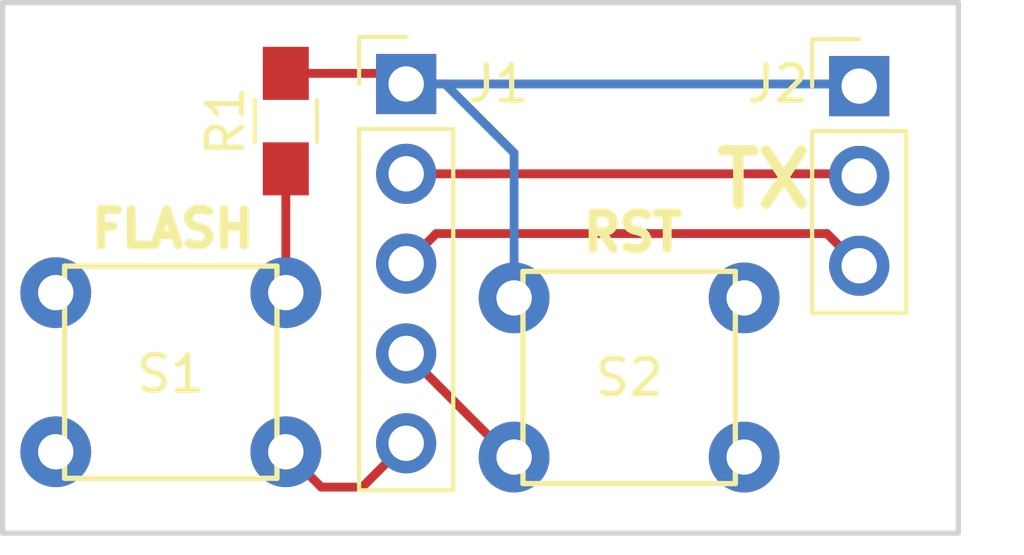
<source format=kicad_pcb>
(kicad_pcb (version 20211014) (generator pcbnew)
  (layers (0 "F.Cu" signal) (31 "B.Cu" signal) (34 "B.Paste" user) (35 "F.Paste" user) (36 "B.SilkS" user "B.Silkscreen") (37 "F.SilkS" user "F.Silkscreen") (38 "B.Mask" user) (39 "F.Mask" user) (44 "Edge.Cuts" user))
  (net 0 "")
  (net 1 "/GND")
  (net 2 "/TX")
  (net 3 "/RX")
  (net 4 "/~{RST}")
  (net 5 "/~{FLASH}")
  (net 6 "Net-(R1-Pad1)")
  (footprint "Pin_Headers:Pin_Header_Straight_1x05_Pitch2.54mm" (layer "F.Cu") (at 138.4 104.3)
    (fp_text reference "J1" (at 2.6 0) (layer "F.SilkS"))
    (fp_text value "Conn_01x05")
    (fp_line (start 1.33 1.27) (end 1.33 11.49) (layer "F.SilkS") (width 0.12))
    (fp_line (start -1.33 -1.33) (end 0 -1.33) (layer "F.SilkS") (width 0.12))
    (fp_line (start -1.33 1.27) (end -1.33 11.49) (layer "F.SilkS") (width 0.12))
    (fp_line (start -1.33 0) (end -1.33 -1.33) (layer "F.SilkS") (width 0.12))
    (fp_line (start -1.33 11.49) (end 1.33 11.49) (layer "F.SilkS") (width 0.12))
    (fp_line (start -1.33 1.27) (end 1.33 1.27) (layer "F.SilkS") (width 0.12))
    (pad "1" thru_hole rect locked (at 0 0) (size 1.7 1.7) (drill 1) (layers *.Cu *.Mask) (net 1 "/GND"))
    (pad "2" thru_hole oval locked (at 0 2.54) (size 1.7 1.7) (drill 1) (layers *.Cu *.Mask) (net 2 "/TX"))
    (pad "3" thru_hole oval locked (at 0 5.08) (size 1.7 1.7) (drill 1) (layers *.Cu *.Mask) (net 3 "/RX"))
    (pad "4" thru_hole oval locked (at 0 7.62) (size 1.7 1.7) (drill 1) (layers *.Cu *.Mask) (net 4 "/~{RST}"))
    (pad "5" thru_hole oval locked (at 0 10.16) (size 1.7 1.7) (drill 1) (layers *.Cu *.Mask) (net 5 "/~{FLASH}"))
  )
  (footprint "Pin_Headers:Pin_Header_Straight_1x03_Pitch2.54mm" (layer "F.Cu") (at 151.2 104.36)
    (fp_text reference "J2" (at -2.3 -0.06) (layer "F.SilkS"))
    (fp_text value "Conn_01x03")
    (fp_line (start -1.33 6.41) (end 1.33 6.41) (layer "F.SilkS") (width 0.12))
    (fp_line (start -1.33 1.27) (end -1.33 6.41) (layer "F.SilkS") (width 0.12))
    (fp_line (start -1.33 1.27) (end 1.33 1.27) (layer "F.SilkS") (width 0.12))
    (fp_line (start 1.33 1.27) (end 1.33 6.41) (layer "F.SilkS") (width 0.12))
    (fp_line (start -1.33 0) (end -1.33 -1.33) (layer "F.SilkS") (width 0.12))
    (fp_line (start -1.33 -1.33) (end 0 -1.33) (layer "F.SilkS") (width 0.12))
    (pad "1" thru_hole rect locked (at 0 0) (size 1.7 1.7) (drill 1) (layers *.Cu *.Mask) (net 1 "/GND"))
    (pad "2" thru_hole oval locked (at 0 2.54) (size 1.7 1.7) (drill 1) (layers *.Cu *.Mask) (net 2 "/TX"))
    (pad "3" thru_hole oval locked (at 0 5.08) (size 1.7 1.7) (drill 1) (layers *.Cu *.Mask) (net 3 "/RX"))
  )
  (footprint "Resistors_SMD:R_0805_HandSoldering" (layer "F.Cu") (at 135 105.35 90)
    (fp_text reference "R1" (at 0 -1.7 90) (layer "F.SilkS"))
    (fp_text value "470")
    (fp_line (start 0.6 0.88) (end -0.6 0.88) (layer "F.SilkS") (width 0.12))
    (fp_line (start -0.6 -0.88) (end 0.6 -0.88) (layer "F.SilkS") (width 0.12))
    (pad "1" smd rect locked (at -1.35 0 90) (size 1.5 1.3) (layers "F.Cu" "F.Paste" "F.Mask") (net 6 "Net-(R1-Pad1)"))
    (pad "2" smd rect locked (at 1.35 0 90) (size 1.5 1.3) (layers "F.Cu" "F.Paste" "F.Mask") (net 1 "/GND"))
  )
  (footprint "Switches:TacButton_6mm_6mm" (layer "F.Cu") (at 131.75 112.45 180)
    (fp_text reference "S1" (at 0 -0.05 180) (layer "F.SilkS"))
    (fp_text value "FLASH")
    (fp_line (start 3 -3) (end 3 3) (layer "F.SilkS") (width 0.15))
    (fp_line (start -3 -3) (end 3 -3) (layer "F.SilkS") (width 0.15))
    (fp_line (start -3 3) (end -3 -3) (layer "F.SilkS") (width 0.15))
    (fp_line (start 3 3) (end -3 3) (layer "F.SilkS") (width 0.15))
    (pad "1" thru_hole circle locked (at -3.25 -2.25 180) (size 2 2) (drill 1) (layers *.Cu *.Mask) (net 5 "/~{FLASH}"))
    (pad "1" thru_hole circle locked (at 3.25 -2.25 180) (size 2 2) (drill 1) (layers *.Cu *.Mask) (net 5 "/~{FLASH}"))
    (pad "2" thru_hole circle locked (at -3.25 2.25 180) (size 2 2) (drill 1) (layers *.Cu *.Mask) (net 6 "Net-(R1-Pad1)"))
    (pad "2" thru_hole circle locked (at 3.25 2.25 180) (size 2 2) (drill 1) (layers *.Cu *.Mask) (net 6 "Net-(R1-Pad1)"))
  )
  (footprint "Switches:TacButton_6mm_6mm" (layer "F.Cu") (at 144.7 112.6 180)
    (fp_text reference "S2" (at 0 0 180) (layer "F.SilkS"))
    (fp_text value "RST")
    (fp_line (start -3 -3) (end 3 -3) (layer "F.SilkS") (width 0.15))
    (fp_line (start 3 3) (end -3 3) (layer "F.SilkS") (width 0.15))
    (fp_line (start -3 3) (end -3 -3) (layer "F.SilkS") (width 0.15))
    (fp_line (start 3 -3) (end 3 3) (layer "F.SilkS") (width 0.15))
    (pad "1" thru_hole circle locked (at 3.25 -2.25 180) (size 2 2) (drill 1) (layers *.Cu *.Mask) (net 4 "/~{RST}"))
    (pad "1" thru_hole circle locked (at -3.25 -2.25 180) (size 2 2) (drill 1) (layers *.Cu *.Mask) (net 4 "/~{RST}"))
    (pad "2" thru_hole circle locked (at 3.25 2.25 180) (size 2 2) (drill 1) (layers *.Cu *.Mask) (net 1 "/GND"))
    (pad "2" thru_hole circle locked (at -3.25 2.25 180) (size 2 2) (drill 1) (layers *.Cu *.Mask) (net 1 "/GND"))
  )
  (gr_line (start 154 117) (end 127 117) (layer "Edge.Cuts") (width 0.15))
  (gr_line (start 127 117) (end 127 102) (layer "Edge.Cuts") (width 0.15))
  (gr_line (start 154 102) (end 154 117) (layer "Edge.Cuts") (width 0.15))
  (gr_line (start 127 102) (end 154 102) (layer "Edge.Cuts") (width 0.15))
  (gr_text "TX" (at 148.5 107) (layer "F.SilkS") (effects (font (size 1.5 1.5) (thickness 0.3))))
  (gr_text "FLASH" (at 131.8 108.4) (layer "F.SilkS") (effects (font (size 1 1) (thickness 0.25))))
  (gr_text "RST" (at 144.8 108.5) (layer "F.SilkS") (effects (font (size 1 1) (thickness 0.25))))
  (segment (start 135 104) (end 138.1 104) (width 0.25) (layer "F.Cu") (net 1))
  (segment (start 138.1 104) (end 138.4 104.3) (width 0.25) (layer "F.Cu") (net 1))
  (segment (start 151.14 104.3) (end 151.2 104.36) (width 0.25) (layer "B.Cu") (net 1))
  (segment (start 141.45 110.35) (end 141.45 106.25) (width 0.25) (layer "B.Cu") (net 1))
  (segment (start 139.5 104.3) (end 138.4 104.3) (width 0.25) (layer "B.Cu") (net 1))
  (segment (start 138.4 104.3) (end 151.14 104.3) (width 0.25) (layer "B.Cu") (net 1))
  (segment (start 141.45 106.25) (end 139.5 104.3) (width 0.25) (layer "B.Cu") (net 1))
  (segment (start 138.4 106.84) (end 151.14 106.84) (width 0.25) (layer "F.Cu") (net 2))
  (segment (start 151.14 106.84) (end 151.2 106.9) (width 0.25) (layer "F.Cu") (net 2))
  (segment (start 150.290001 108.530001) (end 150.350001 108.590001) (width 0.25) (layer "F.Cu") (net 3))
  (segment (start 138.4 109.38) (end 139.249999 108.530001) (width 0.25) (layer "F.Cu") (net 3))
  (segment (start 150.350001 108.590001) (end 151.2 109.44) (width 0.25) (layer "F.Cu") (net 3))
  (segment (start 139.249999 108.530001) (end 150.290001 108.530001) (width 0.25) (layer "F.Cu") (net 3))
  (segment (start 141.33 114.85) (end 141.45 114.85) (width 0.25) (layer "F.Cu") (net 4))
  (segment (start 138.4 111.92) (end 141.33 114.85) (width 0.25) (layer "F.Cu") (net 4))
  (segment (start 137.550001 115.309999) (end 138.4 114.46) (width 0.25) (layer "F.Cu") (net 5))
  (segment (start 137.160001 115.699999) (end 137.550001 115.309999) (width 0.25) (layer "F.Cu") (net 5))
  (segment (start 135 114.7) (end 135.999999 115.699999) (width 0.25) (layer "F.Cu") (net 5))
  (segment (start 135.999999 115.699999) (end 137.160001 115.699999) (width 0.25) (layer "F.Cu") (net 5))
  (segment (start 135 106.7) (end 135 107.7) (width 0.25) (layer "F.Cu") (net 6))
  (segment (start 135 107.7) (end 135 110.2) (width 0.25) (layer "F.Cu") (net 6))
)
</source>
